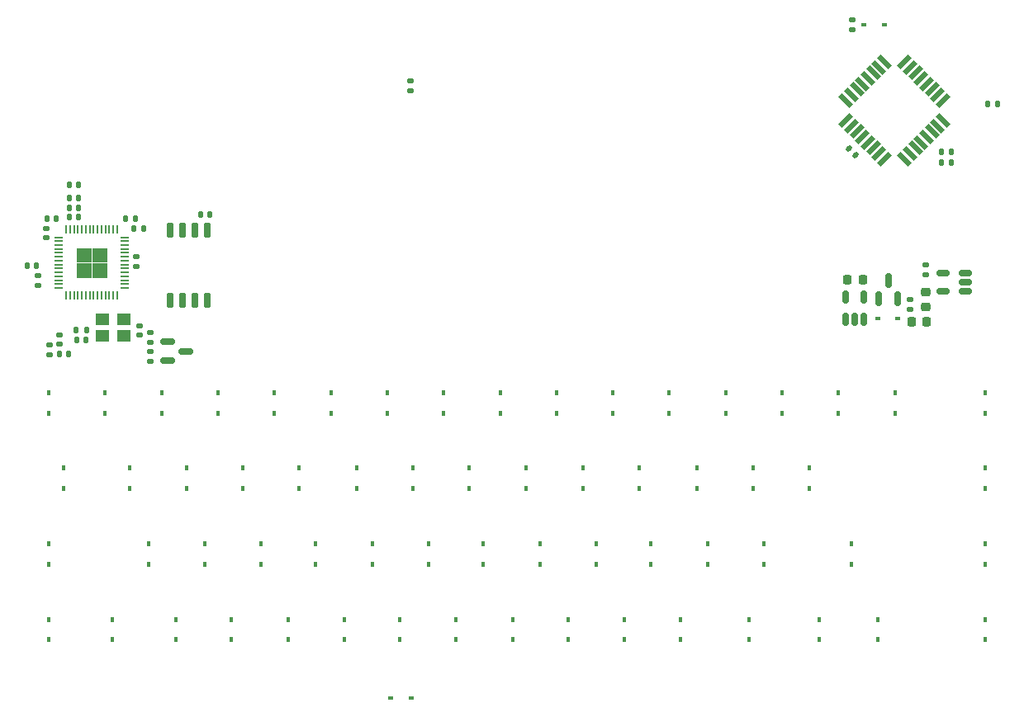
<source format=gbr>
%TF.GenerationSoftware,KiCad,Pcbnew,(6.0.0)*%
%TF.CreationDate,2022-05-08T19:44:55+10:00*%
%TF.ProjectId,paxbadge2022,70617862-6164-4676-9532-3032322e6b69,rev?*%
%TF.SameCoordinates,Original*%
%TF.FileFunction,Paste,Bot*%
%TF.FilePolarity,Positive*%
%FSLAX46Y46*%
G04 Gerber Fmt 4.6, Leading zero omitted, Abs format (unit mm)*
G04 Created by KiCad (PCBNEW (6.0.0)) date 2022-05-08 19:44:55*
%MOMM*%
%LPD*%
G01*
G04 APERTURE LIST*
G04 Aperture macros list*
%AMRoundRect*
0 Rectangle with rounded corners*
0 $1 Rounding radius*
0 $2 $3 $4 $5 $6 $7 $8 $9 X,Y pos of 4 corners*
0 Add a 4 corners polygon primitive as box body*
4,1,4,$2,$3,$4,$5,$6,$7,$8,$9,$2,$3,0*
0 Add four circle primitives for the rounded corners*
1,1,$1+$1,$2,$3*
1,1,$1+$1,$4,$5*
1,1,$1+$1,$6,$7*
1,1,$1+$1,$8,$9*
0 Add four rect primitives between the rounded corners*
20,1,$1+$1,$2,$3,$4,$5,0*
20,1,$1+$1,$4,$5,$6,$7,0*
20,1,$1+$1,$6,$7,$8,$9,0*
20,1,$1+$1,$8,$9,$2,$3,0*%
%AMRotRect*
0 Rectangle, with rotation*
0 The origin of the aperture is its center*
0 $1 length*
0 $2 width*
0 $3 Rotation angle, in degrees counterclockwise*
0 Add horizontal line*
21,1,$1,$2,0,0,$3*%
G04 Aperture macros list end*
%ADD10C,0.100000*%
%ADD11R,0.812800X0.177800*%
%ADD12R,0.177800X0.812800*%
%ADD13R,0.450000X0.600000*%
%ADD14RoundRect,0.135000X-0.135000X-0.185000X0.135000X-0.185000X0.135000X0.185000X-0.135000X0.185000X0*%
%ADD15RoundRect,0.135000X0.135000X0.185000X-0.135000X0.185000X-0.135000X-0.185000X0.135000X-0.185000X0*%
%ADD16RoundRect,0.150000X0.512500X0.150000X-0.512500X0.150000X-0.512500X-0.150000X0.512500X-0.150000X0*%
%ADD17R,1.400000X1.200000*%
%ADD18RoundRect,0.140000X-0.140000X-0.170000X0.140000X-0.170000X0.140000X0.170000X-0.140000X0.170000X0*%
%ADD19RoundRect,0.140000X0.140000X0.170000X-0.140000X0.170000X-0.140000X-0.170000X0.140000X-0.170000X0*%
%ADD20RoundRect,0.140000X0.170000X-0.140000X0.170000X0.140000X-0.170000X0.140000X-0.170000X-0.140000X0*%
%ADD21R,0.600000X0.450000*%
%ADD22RoundRect,0.150000X0.150000X-0.587500X0.150000X0.587500X-0.150000X0.587500X-0.150000X-0.587500X0*%
%ADD23RoundRect,0.135000X-0.185000X0.135000X-0.185000X-0.135000X0.185000X-0.135000X0.185000X0.135000X0*%
%ADD24RoundRect,0.150000X0.150000X-0.650000X0.150000X0.650000X-0.150000X0.650000X-0.150000X-0.650000X0*%
%ADD25RoundRect,0.150000X0.150000X-0.512500X0.150000X0.512500X-0.150000X0.512500X-0.150000X-0.512500X0*%
%ADD26RoundRect,0.135000X0.185000X-0.135000X0.185000X0.135000X-0.185000X0.135000X-0.185000X-0.135000X0*%
%ADD27RoundRect,0.150000X-0.587500X-0.150000X0.587500X-0.150000X0.587500X0.150000X-0.587500X0.150000X0*%
%ADD28RoundRect,0.225000X-0.250000X0.225000X-0.250000X-0.225000X0.250000X-0.225000X0.250000X0.225000X0*%
%ADD29RotRect,1.600000X0.550000X45.000000*%
%ADD30RotRect,1.600000X0.550000X315.000000*%
%ADD31RoundRect,0.140000X0.219203X0.021213X0.021213X0.219203X-0.219203X-0.021213X-0.021213X-0.219203X0*%
%ADD32RoundRect,0.225000X-0.225000X-0.250000X0.225000X-0.250000X0.225000X0.250000X-0.225000X0.250000X0*%
%ADD33RoundRect,0.140000X-0.170000X0.140000X-0.170000X-0.140000X0.170000X-0.140000X0.170000X0.140000X0*%
%ADD34RoundRect,0.225000X0.225000X0.250000X-0.225000X0.250000X-0.225000X-0.250000X0.225000X-0.250000X0*%
G04 APERTURE END LIST*
D10*
%TO.C,U5*%
X42533719Y-91249800D02*
X42533719Y-92650000D01*
X42533719Y-92650000D02*
X41133519Y-92650000D01*
X41133519Y-92650000D02*
X41133519Y-91249800D01*
X41133519Y-91249800D02*
X42533719Y-91249800D01*
G36*
X42533719Y-92650000D02*
G01*
X41133519Y-92650000D01*
X41133519Y-91249800D01*
X42533719Y-91249800D01*
X42533719Y-92650000D01*
G37*
X42533719Y-92650000D02*
X41133519Y-92650000D01*
X41133519Y-91249800D01*
X42533719Y-91249800D01*
X42533719Y-92650000D01*
X44133919Y-92850000D02*
X44133919Y-94250200D01*
X44133919Y-94250200D02*
X42733719Y-94250200D01*
X42733719Y-94250200D02*
X42733719Y-92850000D01*
X42733719Y-92850000D02*
X44133919Y-92850000D01*
G36*
X44133919Y-94250200D02*
G01*
X42733719Y-94250200D01*
X42733719Y-92850000D01*
X44133919Y-92850000D01*
X44133919Y-94250200D01*
G37*
X44133919Y-94250200D02*
X42733719Y-94250200D01*
X42733719Y-92850000D01*
X44133919Y-92850000D01*
X44133919Y-94250200D01*
X44133919Y-91249800D02*
X44133919Y-92650000D01*
X44133919Y-92650000D02*
X42733719Y-92650000D01*
X42733719Y-92650000D02*
X42733719Y-91249800D01*
X42733719Y-91249800D02*
X44133919Y-91249800D01*
G36*
X44133919Y-92650000D02*
G01*
X42733719Y-92650000D01*
X42733719Y-91249800D01*
X44133919Y-91249800D01*
X44133919Y-92650000D01*
G37*
X44133919Y-92650000D02*
X42733719Y-92650000D01*
X42733719Y-91249800D01*
X44133919Y-91249800D01*
X44133919Y-92650000D01*
X42533719Y-92850000D02*
X42533719Y-94250200D01*
X42533719Y-94250200D02*
X41133519Y-94250200D01*
X41133519Y-94250200D02*
X41133519Y-92850000D01*
X41133519Y-92850000D02*
X42533719Y-92850000D01*
G36*
X42533719Y-94250200D02*
G01*
X41133519Y-94250200D01*
X41133519Y-92850000D01*
X42533719Y-92850000D01*
X42533719Y-94250200D01*
G37*
X42533719Y-94250200D02*
X41133519Y-94250200D01*
X41133519Y-92850000D01*
X42533719Y-92850000D01*
X42533719Y-94250200D01*
%TD*%
D11*
%TO.C,U5*%
X46037319Y-90150000D03*
X46037319Y-90549999D03*
X46037319Y-90950001D03*
X46037319Y-91350000D03*
X46037319Y-91749999D03*
X46037319Y-92150001D03*
X46037319Y-92550000D03*
X46037319Y-92950000D03*
X46037319Y-93349999D03*
X46037319Y-93750001D03*
X46037319Y-94150000D03*
X46037319Y-94549999D03*
X46037319Y-94950001D03*
X46037319Y-95350000D03*
D12*
X45233719Y-96153600D03*
X44833720Y-96153600D03*
X44433718Y-96153600D03*
X44033719Y-96153600D03*
X43633720Y-96153600D03*
X43233718Y-96153600D03*
X42833719Y-96153600D03*
X42433719Y-96153600D03*
X42033720Y-96153600D03*
X41633718Y-96153600D03*
X41233719Y-96153600D03*
X40833720Y-96153600D03*
X40433718Y-96153600D03*
X40033719Y-96153600D03*
D11*
X39230119Y-95350000D03*
X39230119Y-94950001D03*
X39230119Y-94549999D03*
X39230119Y-94150000D03*
X39230119Y-93750001D03*
X39230119Y-93349999D03*
X39230119Y-92950000D03*
X39230119Y-92550000D03*
X39230119Y-92150001D03*
X39230119Y-91749999D03*
X39230119Y-91350000D03*
X39230119Y-90950001D03*
X39230119Y-90549999D03*
X39230119Y-90150000D03*
D12*
X40033719Y-89346400D03*
X40433718Y-89346400D03*
X40833720Y-89346400D03*
X41233719Y-89346400D03*
X41633718Y-89346400D03*
X42033720Y-89346400D03*
X42433719Y-89346400D03*
X42833719Y-89346400D03*
X43233718Y-89346400D03*
X43633720Y-89346400D03*
X44033719Y-89346400D03*
X44433718Y-89346400D03*
X44833720Y-89346400D03*
X45233719Y-89346400D03*
%TD*%
D13*
%TO.C,D4*%
X44030000Y-108200000D03*
X44030000Y-106100000D03*
%TD*%
%TO.C,D33*%
X91469999Y-131450000D03*
X91469999Y-129350000D03*
%TD*%
%TO.C,D49*%
X99990000Y-123700000D03*
X99990000Y-121600000D03*
%TD*%
%TO.C,D12*%
X38250000Y-108200000D03*
X38250000Y-106100000D03*
%TD*%
D14*
%TO.C,R8*%
X129789290Y-82450000D03*
X130809290Y-82450000D03*
%TD*%
D13*
%TO.C,D59*%
X134250000Y-123700000D03*
X134250000Y-121600000D03*
%TD*%
%TO.C,D58*%
X116220000Y-115950000D03*
X116220000Y-113850000D03*
%TD*%
D15*
%TO.C,R2*%
X47103719Y-88200000D03*
X46083719Y-88200000D03*
%TD*%
D16*
%TO.C,U2*%
X132200000Y-93800000D03*
X132200000Y-94750000D03*
X132200000Y-95700000D03*
X129925000Y-95700000D03*
X129925000Y-93800000D03*
%TD*%
D13*
%TO.C,D65*%
X107650001Y-108200000D03*
X107650001Y-106100000D03*
%TD*%
%TO.C,D44*%
X38250000Y-131450001D03*
X38250000Y-129350001D03*
%TD*%
%TO.C,D62*%
X72950000Y-108200000D03*
X72950000Y-106100000D03*
%TD*%
%TO.C,D46*%
X65620001Y-123700000D03*
X65620001Y-121600000D03*
%TD*%
D17*
%TO.C,Y1*%
X45977280Y-100280000D03*
X43777280Y-100280000D03*
X43777280Y-98580000D03*
X45977280Y-98580000D03*
%TD*%
D18*
%TO.C,C18*%
X46973719Y-89250000D03*
X47933719Y-89250000D03*
%TD*%
D19*
%TO.C,C10*%
X41280000Y-88100000D03*
X40320000Y-88100000D03*
%TD*%
D18*
%TO.C,C7*%
X41097280Y-100650000D03*
X42057280Y-100650000D03*
%TD*%
D20*
%TO.C,C17*%
X47233719Y-93130000D03*
X47233719Y-92170000D03*
%TD*%
D13*
%TO.C,D56*%
X93000000Y-115950000D03*
X93000000Y-113850000D03*
%TD*%
%TO.C,D19*%
X120500000Y-123700000D03*
X120500000Y-121600000D03*
%TD*%
%TO.C,D9*%
X101860000Y-108200000D03*
X101860000Y-106100000D03*
%TD*%
D19*
%TO.C,C9*%
X41280000Y-84800000D03*
X40320000Y-84800000D03*
%TD*%
D21*
%TO.C,D36*%
X75380000Y-137400000D03*
X73280000Y-137400000D03*
%TD*%
D13*
%TO.C,D25*%
X94370001Y-123700000D03*
X94370001Y-121600000D03*
%TD*%
D22*
%TO.C,Q1*%
X125250002Y-96462500D03*
X123350002Y-96462500D03*
X124300002Y-94587500D03*
%TD*%
D13*
%TO.C,D10*%
X113430000Y-108200000D03*
X113430000Y-106100000D03*
%TD*%
D23*
%TO.C,R1*%
X126550002Y-96515000D03*
X126550002Y-97535000D03*
%TD*%
D19*
%TO.C,C11*%
X39000000Y-88200000D03*
X38040000Y-88200000D03*
%TD*%
D20*
%TO.C,C15*%
X38000000Y-90180000D03*
X38000000Y-89220000D03*
%TD*%
D13*
%TO.C,D63*%
X84510000Y-108200000D03*
X84510000Y-106100000D03*
%TD*%
%TO.C,D14*%
X63899999Y-115950000D03*
X63899999Y-113850000D03*
%TD*%
%TO.C,D67*%
X134250000Y-131450001D03*
X134250000Y-129350001D03*
%TD*%
D19*
%TO.C,C14*%
X36980000Y-93100000D03*
X36020000Y-93100000D03*
%TD*%
D14*
%TO.C,R6*%
X41067280Y-99650000D03*
X42087280Y-99650000D03*
%TD*%
D13*
%TO.C,D50*%
X111550000Y-123700000D03*
X111550000Y-121600000D03*
%TD*%
%TO.C,D38*%
X62750001Y-131450000D03*
X62750001Y-129350000D03*
%TD*%
%TO.C,D60*%
X49820000Y-108199999D03*
X49820000Y-106099999D03*
%TD*%
%TO.C,D26*%
X105770000Y-123700000D03*
X105770000Y-121600000D03*
%TD*%
D21*
%TO.C,D3*%
X123900000Y-68350000D03*
X121800000Y-68350000D03*
%TD*%
D13*
%TO.C,D51*%
X134250000Y-115949999D03*
X134250000Y-113849999D03*
%TD*%
%TO.C,D45*%
X54220000Y-123700000D03*
X54220000Y-121600000D03*
%TD*%
%TO.C,D40*%
X85780000Y-131450000D03*
X85780000Y-129350000D03*
%TD*%
%TO.C,D61*%
X61380000Y-108200000D03*
X61380000Y-106100000D03*
%TD*%
%TO.C,D43*%
X134250000Y-108200000D03*
X134250000Y-106100000D03*
%TD*%
%TO.C,D22*%
X59999999Y-123700000D03*
X59999999Y-121600000D03*
%TD*%
%TO.C,D34*%
X103030000Y-131450000D03*
X103030000Y-129350000D03*
%TD*%
%TO.C,D41*%
X97250001Y-131450000D03*
X97250001Y-129350000D03*
%TD*%
%TO.C,D53*%
X58120000Y-115950000D03*
X58120000Y-113850000D03*
%TD*%
D24*
%TO.C,U4*%
X54488719Y-96625000D03*
X53218719Y-96625000D03*
X51948719Y-96625000D03*
X50678719Y-96625000D03*
X50678719Y-89425000D03*
X51948719Y-89425000D03*
X53218719Y-89425000D03*
X54488719Y-89425000D03*
%TD*%
D13*
%TO.C,D52*%
X46499999Y-115950000D03*
X46499999Y-113850000D03*
%TD*%
%TO.C,D15*%
X75560000Y-115949999D03*
X75560000Y-113849999D03*
%TD*%
%TO.C,D23*%
X71400000Y-123700000D03*
X71400000Y-121600000D03*
%TD*%
%TO.C,D7*%
X78730000Y-108199999D03*
X78730000Y-106099999D03*
%TD*%
D19*
%TO.C,C12*%
X41280000Y-86100000D03*
X40320000Y-86100000D03*
%TD*%
D13*
%TO.C,D16*%
X87145001Y-115950000D03*
X87145001Y-113850000D03*
%TD*%
D25*
%TO.C,U3*%
X121800002Y-98562500D03*
X120850002Y-98562500D03*
X119900002Y-98562500D03*
X119900002Y-96287500D03*
X121800002Y-96287500D03*
%TD*%
D13*
%TO.C,D32*%
X80000001Y-131450000D03*
X80000001Y-129350000D03*
%TD*%
%TO.C,D13*%
X52340000Y-115950000D03*
X52340000Y-113850000D03*
%TD*%
%TO.C,D11*%
X125000000Y-108200000D03*
X125000000Y-106100000D03*
%TD*%
%TO.C,D8*%
X90300000Y-108200000D03*
X90300000Y-106100000D03*
%TD*%
%TO.C,D17*%
X98780000Y-115950000D03*
X98780000Y-113850000D03*
%TD*%
%TO.C,D5*%
X55600000Y-108200000D03*
X55600000Y-106100000D03*
%TD*%
D14*
%TO.C,R7*%
X129790000Y-81400000D03*
X130810000Y-81400000D03*
%TD*%
D13*
%TO.C,D20*%
X39750000Y-115950000D03*
X39750000Y-113850000D03*
%TD*%
%TO.C,D27*%
X123250000Y-131450000D03*
X123250000Y-129350000D03*
%TD*%
D26*
%TO.C,R11*%
X38300000Y-102210000D03*
X38300000Y-101190000D03*
%TD*%
D13*
%TO.C,D42*%
X110000000Y-131450000D03*
X110000000Y-129350000D03*
%TD*%
D23*
%TO.C,R5*%
X120650000Y-67840000D03*
X120650000Y-68860000D03*
%TD*%
D19*
%TO.C,C13*%
X41280000Y-87100000D03*
X40320000Y-87100000D03*
%TD*%
D13*
%TO.C,D64*%
X96080000Y-108200000D03*
X96080000Y-106100000D03*
%TD*%
%TO.C,D28*%
X38250000Y-123700000D03*
X38250000Y-121600000D03*
%TD*%
%TO.C,D39*%
X74219999Y-131450000D03*
X74219999Y-129350000D03*
%TD*%
D23*
%TO.C,R10*%
X48665009Y-99903201D03*
X48665009Y-100923201D03*
%TD*%
D27*
%TO.C,Q2*%
X50400000Y-102790000D03*
X50400000Y-100890000D03*
X52275000Y-101840000D03*
%TD*%
D13*
%TO.C,D24*%
X82810000Y-123700000D03*
X82810000Y-121600000D03*
%TD*%
%TO.C,D54*%
X69780000Y-115950000D03*
X69780000Y-113850000D03*
%TD*%
D21*
%TO.C,D1*%
X123200000Y-98525000D03*
X125300000Y-98525000D03*
%TD*%
D28*
%TO.C,C1*%
X128187500Y-95747719D03*
X128187500Y-97297719D03*
%TD*%
D13*
%TO.C,D29*%
X44750001Y-131450000D03*
X44750001Y-129350000D03*
%TD*%
D26*
%TO.C,R3*%
X128187500Y-94032719D03*
X128187500Y-93012719D03*
%TD*%
D13*
%TO.C,D30*%
X56969999Y-131450000D03*
X56969999Y-129350000D03*
%TD*%
%TO.C,D55*%
X81340000Y-115950000D03*
X81340000Y-113850000D03*
%TD*%
%TO.C,D37*%
X51250000Y-131450000D03*
X51250000Y-129350000D03*
%TD*%
%TO.C,D18*%
X110440000Y-115950000D03*
X110440000Y-113850000D03*
%TD*%
D26*
%TO.C,R9*%
X48650000Y-102900000D03*
X48650000Y-101880000D03*
%TD*%
D29*
%TO.C,U1*%
X123925116Y-82126966D03*
X123359431Y-81561280D03*
X122793745Y-80995595D03*
X122228060Y-80429910D03*
X121662374Y-79864224D03*
X121096689Y-79298539D03*
X120531004Y-78732853D03*
X119965318Y-78167168D03*
D30*
X119965318Y-76116558D03*
X120531004Y-75550873D03*
X121096689Y-74985187D03*
X121662374Y-74419502D03*
X122228060Y-73853816D03*
X122793745Y-73288131D03*
X123359431Y-72722446D03*
X123925116Y-72156760D03*
D29*
X125975726Y-72156760D03*
X126541411Y-72722446D03*
X127107097Y-73288131D03*
X127672782Y-73853816D03*
X128238468Y-74419502D03*
X128804153Y-74985187D03*
X129369838Y-75550873D03*
X129935524Y-76116558D03*
D30*
X129935524Y-78167168D03*
X129369838Y-78732853D03*
X128804153Y-79298539D03*
X128238468Y-79864224D03*
X127672782Y-80429910D03*
X127107097Y-80995595D03*
X126541411Y-81561280D03*
X125975726Y-82126966D03*
%TD*%
D31*
%TO.C,C3*%
X120989411Y-81739411D03*
X120310589Y-81060589D03*
%TD*%
D32*
%TO.C,C2*%
X126725002Y-98825000D03*
X128275002Y-98825000D03*
%TD*%
D13*
%TO.C,D21*%
X48440000Y-123700000D03*
X48440000Y-121600000D03*
%TD*%
%TO.C,D35*%
X117250000Y-131450000D03*
X117250000Y-129350000D03*
%TD*%
%TO.C,D66*%
X119210000Y-108200000D03*
X119210000Y-106100000D03*
%TD*%
D19*
%TO.C,C16*%
X40307280Y-102150000D03*
X39347280Y-102150000D03*
%TD*%
D13*
%TO.C,D57*%
X104660000Y-115950000D03*
X104660000Y-113850000D03*
%TD*%
D33*
%TO.C,C6*%
X47577280Y-99220000D03*
X47577280Y-100180000D03*
%TD*%
%TO.C,C8*%
X39333719Y-100180000D03*
X39333719Y-101140000D03*
%TD*%
D15*
%TO.C,R4*%
X134490000Y-76500000D03*
X135510000Y-76500000D03*
%TD*%
D13*
%TO.C,D31*%
X68530000Y-131450000D03*
X68530000Y-129350000D03*
%TD*%
D19*
%TO.C,C4*%
X54780000Y-87800000D03*
X53820000Y-87800000D03*
%TD*%
D34*
%TO.C,C5*%
X121675002Y-94525000D03*
X120125002Y-94525000D03*
%TD*%
D13*
%TO.C,D6*%
X67160000Y-108200000D03*
X67160000Y-106100000D03*
%TD*%
%TO.C,D47*%
X77180000Y-123700000D03*
X77180000Y-121600000D03*
%TD*%
D23*
%TO.C,R12*%
X37100000Y-94090000D03*
X37100000Y-95110000D03*
%TD*%
D13*
%TO.C,D48*%
X88589999Y-123700000D03*
X88589999Y-121600000D03*
%TD*%
D20*
%TO.C,C19*%
X75300000Y-75080000D03*
X75300000Y-74120000D03*
%TD*%
M02*

</source>
